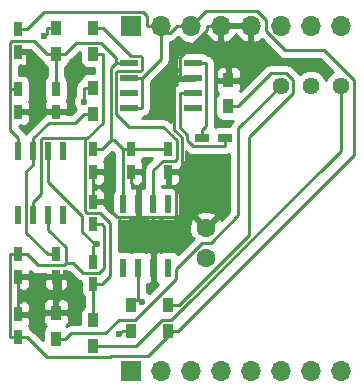
<source format=gtl>
G04 #@! TF.FileFunction,Copper,L1,Top,Signal*
%FSLAX46Y46*%
G04 Gerber Fmt 4.6, Leading zero omitted, Abs format (unit mm)*
G04 Created by KiCad (PCBNEW 4.0.7-e2-6376~58~ubuntu17.04.1) date Wed Oct  4 03:32:47 2017*
%MOMM*%
%LPD*%
G01*
G04 APERTURE LIST*
%ADD10C,0.100000*%
%ADD11C,1.600000*%
%ADD12R,1.700000X1.700000*%
%ADD13O,1.700000X1.700000*%
%ADD14R,0.750000X1.200000*%
%ADD15R,1.200000X0.750000*%
%ADD16R,0.900000X1.200000*%
%ADD17C,1.440000*%
%ADD18R,0.600000X1.550000*%
%ADD19R,1.550000X0.600000*%
%ADD20C,0.600000*%
%ADD21C,0.250000*%
%ADD22C,0.254000*%
G04 APERTURE END LIST*
D10*
D11*
X165100000Y-108585000D03*
X165100000Y-111125000D03*
D12*
X158750000Y-120650000D03*
D13*
X161290000Y-120650000D03*
X163830000Y-120650000D03*
X166370000Y-120650000D03*
X168910000Y-120650000D03*
X171450000Y-120650000D03*
X173990000Y-120650000D03*
X176530000Y-120650000D03*
D14*
X152400000Y-112710000D03*
X152400000Y-110810000D03*
X149225000Y-112710000D03*
X149225000Y-110810000D03*
X149225000Y-98740000D03*
X149225000Y-96840000D03*
X149225000Y-117790000D03*
X149225000Y-115890000D03*
X152400000Y-96840000D03*
X152400000Y-98740000D03*
X155575000Y-113345000D03*
X155575000Y-111445000D03*
D15*
X166685000Y-100965000D03*
X164785000Y-100965000D03*
D14*
X155575000Y-108265000D03*
X155575000Y-106365000D03*
X155575000Y-103820000D03*
X155575000Y-101920000D03*
X149225000Y-91760000D03*
X149225000Y-93660000D03*
X158750000Y-101920000D03*
X158750000Y-103820000D03*
X161925000Y-103820000D03*
X161925000Y-101920000D03*
D16*
X167005000Y-96055000D03*
X167005000Y-98255000D03*
D12*
X158750000Y-91440000D03*
D13*
X161290000Y-91440000D03*
X163830000Y-91440000D03*
X166370000Y-91440000D03*
X168910000Y-91440000D03*
X171450000Y-91440000D03*
X173990000Y-91440000D03*
X176530000Y-91440000D03*
D16*
X155575000Y-96690000D03*
X155575000Y-98890000D03*
X152400000Y-117940000D03*
X152400000Y-115740000D03*
X155575000Y-116375000D03*
X155575000Y-118575000D03*
X155575000Y-91610000D03*
X155575000Y-93810000D03*
X152400000Y-91610000D03*
X152400000Y-93810000D03*
X158750000Y-117305000D03*
X158750000Y-115105000D03*
X161925000Y-115105000D03*
X161925000Y-117305000D03*
D17*
X176530000Y-96520000D03*
X173990000Y-96520000D03*
X171450000Y-96520000D03*
D18*
X161925000Y-106520000D03*
X160655000Y-106520000D03*
X159385000Y-106520000D03*
X158115000Y-106520000D03*
X158115000Y-111920000D03*
X159385000Y-111920000D03*
X160655000Y-111920000D03*
X161925000Y-111920000D03*
X153035000Y-102075000D03*
X151765000Y-102075000D03*
X150495000Y-102075000D03*
X149225000Y-102075000D03*
X149225000Y-107475000D03*
X150495000Y-107475000D03*
X151765000Y-107475000D03*
X153035000Y-107475000D03*
D19*
X163990000Y-98425000D03*
X163990000Y-97155000D03*
X163990000Y-95885000D03*
X163990000Y-94615000D03*
X158590000Y-94615000D03*
X158590000Y-95885000D03*
X158590000Y-97155000D03*
X158590000Y-98425000D03*
D20*
X159727300Y-114864400D03*
X153295400Y-112404700D03*
X150308200Y-95985100D03*
X155844300Y-109904800D03*
X154799700Y-97872500D03*
X157780600Y-117551600D03*
X151431200Y-92307700D03*
D21*
X149869700Y-108980000D02*
X151699700Y-110810000D01*
X149869700Y-103800600D02*
X149869700Y-108980000D01*
X150495000Y-103175300D02*
X149869700Y-103800600D01*
X152400000Y-110810000D02*
X151699700Y-110810000D01*
X150495000Y-102625100D02*
X150495000Y-103175300D01*
X150495000Y-102625100D02*
X150495000Y-102075000D01*
X154024400Y-99665300D02*
X154799700Y-98890000D01*
X151804400Y-99665300D02*
X154024400Y-99665300D01*
X150495000Y-100974700D02*
X151804400Y-99665300D01*
X150495000Y-102075000D02*
X150495000Y-100974700D01*
X155575000Y-98890000D02*
X154799700Y-98890000D01*
X158750000Y-115105000D02*
X158750000Y-114642300D01*
X159385000Y-111920000D02*
X159385000Y-114642300D01*
X158750000Y-114642300D02*
X159385000Y-114642300D01*
X159505200Y-114642300D02*
X159727300Y-114864400D01*
X159385000Y-114642300D02*
X159505200Y-114642300D01*
X165091600Y-90178400D02*
X163830000Y-91440000D01*
X169385100Y-90178400D02*
X165091600Y-90178400D01*
X170180000Y-90973300D02*
X169385100Y-90178400D01*
X170180000Y-91884700D02*
X170180000Y-90973300D01*
X171821200Y-93525900D02*
X170180000Y-91884700D01*
X175074000Y-93525900D02*
X171821200Y-93525900D01*
X177622700Y-96074600D02*
X175074000Y-93525900D01*
X177622700Y-102382600D02*
X177622700Y-96074600D01*
X162700300Y-117305000D02*
X177622700Y-102382600D01*
X158590000Y-98425000D02*
X159690300Y-98425000D01*
X158590000Y-95885000D02*
X159690300Y-95885000D01*
X159690300Y-98425000D02*
X159690300Y-95885000D01*
X161290000Y-92027600D02*
X161290000Y-92615300D01*
X162067100Y-92027600D02*
X162654700Y-91440000D01*
X161290000Y-92027600D02*
X162067100Y-92027600D01*
X163830000Y-91440000D02*
X162654700Y-91440000D01*
X161290000Y-94285300D02*
X159690300Y-95885000D01*
X161290000Y-92615300D02*
X161290000Y-94285300D01*
X161290000Y-91733800D02*
X161290000Y-92027600D01*
X161290000Y-91733800D02*
X161290000Y-91440000D01*
X151420700Y-90264600D02*
X149925300Y-91760000D01*
X159747300Y-90264600D02*
X151420700Y-90264600D01*
X160114700Y-90632000D02*
X159747300Y-90264600D01*
X160114700Y-91440000D02*
X160114700Y-90632000D01*
X161290000Y-91440000D02*
X160114700Y-91440000D01*
X149225000Y-91760000D02*
X149925300Y-91760000D01*
X155575000Y-108265000D02*
X156275300Y-108265000D01*
X148524700Y-117790000D02*
X148524700Y-110810000D01*
X149225000Y-117790000D02*
X148524700Y-117790000D01*
X149225000Y-110810000D02*
X148524700Y-110810000D01*
X153854900Y-111552700D02*
X153263300Y-111552700D01*
X154672600Y-112370400D02*
X153854900Y-111552700D01*
X156088100Y-112370400D02*
X154672600Y-112370400D01*
X156484100Y-111974400D02*
X156088100Y-112370400D01*
X156484100Y-108473800D02*
X156484100Y-111974400D01*
X156275300Y-108265000D02*
X156484100Y-108473800D01*
X151765000Y-108720700D02*
X151765000Y-107475000D01*
X153263300Y-110219000D02*
X151765000Y-108720700D01*
X153263300Y-111552700D02*
X153263300Y-110219000D01*
X150850700Y-111735400D02*
X149925300Y-110810000D01*
X153080600Y-111735400D02*
X150850700Y-111735400D01*
X153263300Y-111552700D02*
X153080600Y-111735400D01*
X149225000Y-110810000D02*
X149925300Y-110810000D01*
X161925000Y-117305000D02*
X162312700Y-117305000D01*
X162312700Y-117305000D02*
X162700300Y-117305000D01*
X151635700Y-119500400D02*
X149925300Y-117790000D01*
X157015600Y-119500400D02*
X151635700Y-119500400D01*
X157081600Y-119434400D02*
X157015600Y-119500400D01*
X160183300Y-119434400D02*
X157081600Y-119434400D01*
X162312700Y-117305000D02*
X160183300Y-119434400D01*
X149225000Y-117790000D02*
X149925300Y-117790000D01*
X166370000Y-91440000D02*
X165194700Y-91440000D01*
X160655000Y-111920000D02*
X160655000Y-110819700D01*
X159385000Y-105380300D02*
X158750000Y-104745300D01*
X159385000Y-106520000D02*
X159385000Y-105380300D01*
X158750000Y-103820000D02*
X158750000Y-104745300D01*
X161925000Y-103820000D02*
X161925000Y-104745300D01*
X159385000Y-106520000D02*
X159385000Y-107620300D01*
X163990000Y-95885000D02*
X163365600Y-95885000D01*
X163365600Y-95885000D02*
X162889700Y-95885000D01*
X161925000Y-103820000D02*
X162625300Y-103820000D01*
X155575000Y-106365000D02*
X155575000Y-103820000D01*
X167005000Y-96055000D02*
X167005000Y-95129700D01*
X155575000Y-106365000D02*
X156275300Y-106365000D01*
X157530600Y-107620300D02*
X156275300Y-106365000D01*
X159385000Y-107620300D02*
X157530600Y-107620300D01*
X164433300Y-92557900D02*
X167005000Y-95129700D01*
X162889700Y-94101500D02*
X164433300Y-92557900D01*
X162889700Y-95885000D02*
X162889700Y-94101500D01*
X165194700Y-91796500D02*
X165194700Y-91440000D01*
X164433300Y-92557900D02*
X165194700Y-91796500D01*
X149225000Y-115890000D02*
X149225000Y-114964700D01*
X149225000Y-93660000D02*
X149925300Y-93660000D01*
X149225000Y-114964700D02*
X149225000Y-112710000D01*
X160655000Y-110819700D02*
X160655000Y-107657700D01*
X159422400Y-107657700D02*
X159385000Y-107620300D01*
X160655000Y-107657700D02*
X159422400Y-107657700D01*
X149225000Y-115890000D02*
X149925300Y-115890000D01*
X150075300Y-115740000D02*
X149925300Y-115890000D01*
X152400000Y-115740000D02*
X150075300Y-115740000D01*
X162439300Y-96335400D02*
X162889700Y-95885000D01*
X162439300Y-100246600D02*
X162439300Y-96335400D01*
X163075600Y-100882900D02*
X162439300Y-100246600D01*
X163075600Y-103369700D02*
X163075600Y-100882900D01*
X162625300Y-103820000D02*
X163075600Y-103369700D01*
X162550800Y-105371100D02*
X162550800Y-107657700D01*
X161925000Y-104745300D02*
X162550800Y-105371100D01*
X164172700Y-107657700D02*
X162550800Y-107657700D01*
X165100000Y-108585000D02*
X164172700Y-107657700D01*
X162550800Y-107657700D02*
X160655000Y-107657700D01*
X153295400Y-112514900D02*
X153295400Y-112404700D01*
X153100300Y-112710000D02*
X153295400Y-112514900D01*
X152400000Y-112710000D02*
X152750200Y-112710000D01*
X152750200Y-112710000D02*
X153100300Y-112710000D01*
X152750200Y-114464500D02*
X152400000Y-114814700D01*
X152750200Y-112710000D02*
X152750200Y-114464500D01*
X152400000Y-115740000D02*
X152400000Y-114814700D01*
X152400000Y-98740000D02*
X151699700Y-98740000D01*
X149925300Y-95602200D02*
X150308200Y-95985100D01*
X149925300Y-93660000D02*
X149925300Y-95602200D01*
X149225000Y-98740000D02*
X149925300Y-98740000D01*
X150308200Y-97922900D02*
X150525300Y-98140000D01*
X150308200Y-95985100D02*
X150308200Y-97922900D01*
X151099700Y-98140000D02*
X150525300Y-98140000D01*
X151699700Y-98740000D02*
X151099700Y-98140000D01*
X150525300Y-98140000D02*
X149925300Y-98740000D01*
X148524700Y-92920400D02*
X148524700Y-96840000D01*
X148710500Y-92734600D02*
X148524700Y-92920400D01*
X150549300Y-92734600D02*
X148710500Y-92734600D01*
X151624700Y-93810000D02*
X150549300Y-92734600D01*
X152400000Y-93810000D02*
X151624700Y-93810000D01*
X149225000Y-96840000D02*
X148524700Y-96840000D01*
X148524700Y-100274400D02*
X148524700Y-96840000D01*
X149225000Y-100974700D02*
X148524700Y-100274400D01*
X149225000Y-102075000D02*
X149225000Y-100974700D01*
X152400000Y-95914700D02*
X152400000Y-93810000D01*
X152400000Y-96840000D02*
X152400000Y-95914700D01*
X158590000Y-94615000D02*
X157489700Y-94615000D01*
X152400000Y-93810000D02*
X153175300Y-93810000D01*
X158750000Y-101920000D02*
X161925000Y-101920000D01*
X154100700Y-92884600D02*
X153175300Y-93810000D01*
X156228300Y-92884600D02*
X154100700Y-92884600D01*
X157489700Y-94146000D02*
X156228300Y-92884600D01*
X157489700Y-94615000D02*
X157489700Y-94146000D01*
X155575000Y-101920000D02*
X156275300Y-101920000D01*
X158750000Y-101920000D02*
X158049700Y-101920000D01*
X157285800Y-101156100D02*
X158049700Y-101920000D01*
X157039200Y-101156100D02*
X157285800Y-101156100D01*
X157039200Y-95065500D02*
X157039200Y-101156100D01*
X157489700Y-94615000D02*
X157039200Y-95065500D01*
X157039200Y-101156100D02*
X156275300Y-101920000D01*
X158049700Y-105354400D02*
X158049700Y-101920000D01*
X158115000Y-105419700D02*
X158049700Y-105354400D01*
X158115000Y-106520000D02*
X158115000Y-105419700D01*
X155575000Y-116375000D02*
X155575000Y-113345000D01*
X150495000Y-107475000D02*
X150495000Y-106374700D01*
X155575000Y-93810000D02*
X156350300Y-93810000D01*
X155575000Y-113345000D02*
X156275300Y-113345000D01*
X155042500Y-100967000D02*
X154874400Y-100967000D01*
X156350300Y-99659200D02*
X155042500Y-100967000D01*
X156350300Y-93810000D02*
X156350300Y-99659200D01*
X151139600Y-105730100D02*
X150495000Y-106374700D01*
X151139600Y-101090900D02*
X151139600Y-105730100D01*
X151263500Y-100967000D02*
X151139600Y-101090900D01*
X154874400Y-100967000D02*
X151263500Y-100967000D01*
X154874400Y-107115700D02*
X154874400Y-100967000D01*
X155049100Y-107290400D02*
X154874400Y-107115700D01*
X156111300Y-107290400D02*
X155049100Y-107290400D01*
X157004100Y-108183200D02*
X156111300Y-107290400D01*
X157004100Y-112616200D02*
X157004100Y-108183200D01*
X156275300Y-113345000D02*
X157004100Y-112616200D01*
X154647200Y-108870300D02*
X155735100Y-109958100D01*
X154647200Y-107525400D02*
X154647200Y-108870300D01*
X151765000Y-104643200D02*
X154647200Y-107525400D01*
X151765000Y-102075000D02*
X151765000Y-104643200D01*
X155788400Y-109904800D02*
X155735100Y-109958100D01*
X155844300Y-109904800D02*
X155788400Y-109904800D01*
X155575000Y-110118200D02*
X155575000Y-111445000D01*
X155735100Y-109958100D02*
X155575000Y-110118200D01*
X163990000Y-97155000D02*
X162889700Y-97155000D01*
X166685000Y-100965000D02*
X166685000Y-101665300D01*
X162889700Y-100060000D02*
X162889700Y-97155000D01*
X163525900Y-100696200D02*
X162889700Y-100060000D01*
X163525900Y-101155800D02*
X163525900Y-100696200D01*
X164035400Y-101665300D02*
X163525900Y-101155800D01*
X166685000Y-101665300D02*
X164035400Y-101665300D01*
X165090300Y-99959400D02*
X164785000Y-100264700D01*
X165090300Y-94615000D02*
X165090300Y-99959400D01*
X163990000Y-94615000D02*
X165090300Y-94615000D01*
X164785000Y-100965000D02*
X164785000Y-100264700D01*
X167005000Y-98255000D02*
X167780300Y-98255000D01*
X170592100Y-95443200D02*
X167780300Y-98255000D01*
X171914500Y-95443200D02*
X170592100Y-95443200D01*
X172507100Y-96035800D02*
X171914500Y-95443200D01*
X172507100Y-97103100D02*
X172507100Y-96035800D01*
X168741600Y-100868600D02*
X172507100Y-97103100D01*
X168741600Y-109161600D02*
X168741600Y-100868600D01*
X162798200Y-115105000D02*
X168741600Y-109161600D01*
X161925000Y-115105000D02*
X162798200Y-115105000D01*
X155575000Y-96690000D02*
X154799700Y-96690000D01*
X154799700Y-96690000D02*
X154799700Y-97872500D01*
X158729900Y-93989600D02*
X156350300Y-91610000D01*
X159549300Y-93989600D02*
X158729900Y-93989600D01*
X159690400Y-94130700D02*
X159549300Y-93989600D01*
X159690400Y-95118900D02*
X159690400Y-94130700D01*
X159561300Y-95248000D02*
X159690400Y-95118900D01*
X157624700Y-95248000D02*
X159561300Y-95248000D01*
X157489600Y-95383100D02*
X157624700Y-95248000D01*
X157489600Y-98898700D02*
X157489600Y-95383100D01*
X158613400Y-100022500D02*
X157489600Y-98898700D01*
X161485400Y-100022500D02*
X158613400Y-100022500D01*
X162625300Y-101162400D02*
X161485400Y-100022500D01*
X162625300Y-102720400D02*
X162625300Y-101162400D01*
X162475700Y-102870000D02*
X162625300Y-102720400D01*
X161428700Y-102870000D02*
X162475700Y-102870000D01*
X160655000Y-103643700D02*
X161428700Y-102870000D01*
X160655000Y-106520000D02*
X160655000Y-103643700D01*
X155575000Y-91610000D02*
X156350300Y-91610000D01*
X153650300Y-117465000D02*
X153175300Y-117940000D01*
X156583400Y-117465000D02*
X153650300Y-117465000D01*
X157699400Y-116349000D02*
X156583400Y-117465000D01*
X159127200Y-116349000D02*
X157699400Y-116349000D01*
X162572500Y-112903700D02*
X159127200Y-116349000D01*
X162572500Y-112018200D02*
X162572500Y-112903700D01*
X164735700Y-109855000D02*
X162572500Y-112018200D01*
X165496700Y-109855000D02*
X164735700Y-109855000D01*
X167840900Y-107510800D02*
X165496700Y-109855000D01*
X167840900Y-100129100D02*
X167840900Y-107510800D01*
X171450000Y-96520000D02*
X167840900Y-100129100D01*
X152400000Y-117940000D02*
X153175300Y-117940000D01*
X159144900Y-118575000D02*
X155575000Y-118575000D01*
X161340200Y-116379700D02*
X159144900Y-118575000D01*
X162160400Y-116379700D02*
X161340200Y-116379700D01*
X176530000Y-102010100D02*
X162160400Y-116379700D01*
X176530000Y-96520000D02*
X176530000Y-102010100D01*
X152400000Y-91610000D02*
X151624700Y-91610000D01*
X158750000Y-117305000D02*
X157974700Y-117305000D01*
X151624700Y-92114200D02*
X151624700Y-91610000D01*
X151431200Y-92307700D02*
X151624700Y-92114200D01*
X157974700Y-117357500D02*
X157780600Y-117551600D01*
X157974700Y-117305000D02*
X157974700Y-117357500D01*
D22*
G36*
X150313299Y-112272801D02*
X150559860Y-112437548D01*
X150850700Y-112495400D01*
X151461150Y-112495400D01*
X151548750Y-112583000D01*
X152273000Y-112583000D01*
X152273000Y-112563000D01*
X152527000Y-112563000D01*
X152527000Y-112583000D01*
X153251250Y-112583000D01*
X153410000Y-112424250D01*
X153410000Y-112411782D01*
X153547384Y-112319986D01*
X154135199Y-112907801D01*
X154381760Y-113072548D01*
X154430014Y-113082146D01*
X154552560Y-113106522D01*
X154552560Y-113945000D01*
X154596838Y-114180317D01*
X154735910Y-114396441D01*
X154815000Y-114450481D01*
X154815000Y-115219895D01*
X154673559Y-115310910D01*
X154528569Y-115523110D01*
X154477560Y-115775000D01*
X154477560Y-116705000D01*
X153650300Y-116705000D01*
X153407714Y-116753254D01*
X153359460Y-116762852D01*
X153256132Y-116831893D01*
X153388327Y-116699698D01*
X153485000Y-116466309D01*
X153485000Y-116025750D01*
X153326250Y-115867000D01*
X152527000Y-115867000D01*
X152527000Y-115887000D01*
X152273000Y-115887000D01*
X152273000Y-115867000D01*
X151473750Y-115867000D01*
X151315000Y-116025750D01*
X151315000Y-116466309D01*
X151411673Y-116699698D01*
X151552910Y-116840936D01*
X151498559Y-116875910D01*
X151353569Y-117088110D01*
X151302560Y-117340000D01*
X151302560Y-118092458D01*
X150462701Y-117252599D01*
X150229957Y-117097085D01*
X150203162Y-116954683D01*
X150136671Y-116851354D01*
X150138327Y-116849698D01*
X150235000Y-116616309D01*
X150235000Y-116175750D01*
X150076250Y-116017000D01*
X149352000Y-116017000D01*
X149352000Y-116037000D01*
X149284700Y-116037000D01*
X149284700Y-115743000D01*
X149352000Y-115743000D01*
X149352000Y-115763000D01*
X150076250Y-115763000D01*
X150235000Y-115604250D01*
X150235000Y-115163691D01*
X150172868Y-115013691D01*
X151315000Y-115013691D01*
X151315000Y-115454250D01*
X151473750Y-115613000D01*
X152273000Y-115613000D01*
X152273000Y-114663750D01*
X152527000Y-114663750D01*
X152527000Y-115613000D01*
X153326250Y-115613000D01*
X153485000Y-115454250D01*
X153485000Y-115013691D01*
X153388327Y-114780302D01*
X153209699Y-114601673D01*
X152976310Y-114505000D01*
X152685750Y-114505000D01*
X152527000Y-114663750D01*
X152273000Y-114663750D01*
X152114250Y-114505000D01*
X151823690Y-114505000D01*
X151590301Y-114601673D01*
X151411673Y-114780302D01*
X151315000Y-115013691D01*
X150172868Y-115013691D01*
X150138327Y-114930302D01*
X149959699Y-114751673D01*
X149726310Y-114655000D01*
X149510750Y-114655000D01*
X149352002Y-114813748D01*
X149352002Y-114655000D01*
X149284700Y-114655000D01*
X149284700Y-113945000D01*
X149352002Y-113945000D01*
X149352002Y-113786252D01*
X149510750Y-113945000D01*
X149726310Y-113945000D01*
X149959699Y-113848327D01*
X150138327Y-113669698D01*
X150235000Y-113436309D01*
X150235000Y-112995750D01*
X151390000Y-112995750D01*
X151390000Y-113436309D01*
X151486673Y-113669698D01*
X151665301Y-113848327D01*
X151898690Y-113945000D01*
X152114250Y-113945000D01*
X152273000Y-113786250D01*
X152273000Y-112837000D01*
X152527000Y-112837000D01*
X152527000Y-113786250D01*
X152685750Y-113945000D01*
X152901310Y-113945000D01*
X153134699Y-113848327D01*
X153313327Y-113669698D01*
X153410000Y-113436309D01*
X153410000Y-112995750D01*
X153251250Y-112837000D01*
X152527000Y-112837000D01*
X152273000Y-112837000D01*
X151548750Y-112837000D01*
X151390000Y-112995750D01*
X150235000Y-112995750D01*
X150076250Y-112837000D01*
X149352000Y-112837000D01*
X149352000Y-112857000D01*
X149284700Y-112857000D01*
X149284700Y-112563000D01*
X149352000Y-112563000D01*
X149352000Y-112583000D01*
X150076250Y-112583000D01*
X150235000Y-112424250D01*
X150235000Y-112194502D01*
X150313299Y-112272801D01*
X150313299Y-112272801D01*
G37*
X150313299Y-112272801D02*
X150559860Y-112437548D01*
X150850700Y-112495400D01*
X151461150Y-112495400D01*
X151548750Y-112583000D01*
X152273000Y-112583000D01*
X152273000Y-112563000D01*
X152527000Y-112563000D01*
X152527000Y-112583000D01*
X153251250Y-112583000D01*
X153410000Y-112424250D01*
X153410000Y-112411782D01*
X153547384Y-112319986D01*
X154135199Y-112907801D01*
X154381760Y-113072548D01*
X154430014Y-113082146D01*
X154552560Y-113106522D01*
X154552560Y-113945000D01*
X154596838Y-114180317D01*
X154735910Y-114396441D01*
X154815000Y-114450481D01*
X154815000Y-115219895D01*
X154673559Y-115310910D01*
X154528569Y-115523110D01*
X154477560Y-115775000D01*
X154477560Y-116705000D01*
X153650300Y-116705000D01*
X153407714Y-116753254D01*
X153359460Y-116762852D01*
X153256132Y-116831893D01*
X153388327Y-116699698D01*
X153485000Y-116466309D01*
X153485000Y-116025750D01*
X153326250Y-115867000D01*
X152527000Y-115867000D01*
X152527000Y-115887000D01*
X152273000Y-115887000D01*
X152273000Y-115867000D01*
X151473750Y-115867000D01*
X151315000Y-116025750D01*
X151315000Y-116466309D01*
X151411673Y-116699698D01*
X151552910Y-116840936D01*
X151498559Y-116875910D01*
X151353569Y-117088110D01*
X151302560Y-117340000D01*
X151302560Y-118092458D01*
X150462701Y-117252599D01*
X150229957Y-117097085D01*
X150203162Y-116954683D01*
X150136671Y-116851354D01*
X150138327Y-116849698D01*
X150235000Y-116616309D01*
X150235000Y-116175750D01*
X150076250Y-116017000D01*
X149352000Y-116017000D01*
X149352000Y-116037000D01*
X149284700Y-116037000D01*
X149284700Y-115743000D01*
X149352000Y-115743000D01*
X149352000Y-115763000D01*
X150076250Y-115763000D01*
X150235000Y-115604250D01*
X150235000Y-115163691D01*
X150172868Y-115013691D01*
X151315000Y-115013691D01*
X151315000Y-115454250D01*
X151473750Y-115613000D01*
X152273000Y-115613000D01*
X152273000Y-114663750D01*
X152527000Y-114663750D01*
X152527000Y-115613000D01*
X153326250Y-115613000D01*
X153485000Y-115454250D01*
X153485000Y-115013691D01*
X153388327Y-114780302D01*
X153209699Y-114601673D01*
X152976310Y-114505000D01*
X152685750Y-114505000D01*
X152527000Y-114663750D01*
X152273000Y-114663750D01*
X152114250Y-114505000D01*
X151823690Y-114505000D01*
X151590301Y-114601673D01*
X151411673Y-114780302D01*
X151315000Y-115013691D01*
X150172868Y-115013691D01*
X150138327Y-114930302D01*
X149959699Y-114751673D01*
X149726310Y-114655000D01*
X149510750Y-114655000D01*
X149352002Y-114813748D01*
X149352002Y-114655000D01*
X149284700Y-114655000D01*
X149284700Y-113945000D01*
X149352002Y-113945000D01*
X149352002Y-113786252D01*
X149510750Y-113945000D01*
X149726310Y-113945000D01*
X149959699Y-113848327D01*
X150138327Y-113669698D01*
X150235000Y-113436309D01*
X150235000Y-112995750D01*
X151390000Y-112995750D01*
X151390000Y-113436309D01*
X151486673Y-113669698D01*
X151665301Y-113848327D01*
X151898690Y-113945000D01*
X152114250Y-113945000D01*
X152273000Y-113786250D01*
X152273000Y-112837000D01*
X152527000Y-112837000D01*
X152527000Y-113786250D01*
X152685750Y-113945000D01*
X152901310Y-113945000D01*
X153134699Y-113848327D01*
X153313327Y-113669698D01*
X153410000Y-113436309D01*
X153410000Y-112995750D01*
X153251250Y-112837000D01*
X152527000Y-112837000D01*
X152273000Y-112837000D01*
X151548750Y-112837000D01*
X151390000Y-112995750D01*
X150235000Y-112995750D01*
X150076250Y-112837000D01*
X149352000Y-112837000D01*
X149352000Y-112857000D01*
X149284700Y-112857000D01*
X149284700Y-112563000D01*
X149352000Y-112563000D01*
X149352000Y-112583000D01*
X150076250Y-112583000D01*
X150235000Y-112424250D01*
X150235000Y-112194502D01*
X150313299Y-112272801D01*
G36*
X163497999Y-102202701D02*
X163744561Y-102367448D01*
X164035400Y-102425300D01*
X166685000Y-102425300D01*
X166975839Y-102367448D01*
X167080900Y-102297249D01*
X167080900Y-107195998D01*
X166380822Y-107896076D01*
X166353864Y-107830995D01*
X166107745Y-107756861D01*
X165279605Y-108585000D01*
X165293748Y-108599142D01*
X165114142Y-108778748D01*
X165100000Y-108764605D01*
X165085858Y-108778748D01*
X164906252Y-108599142D01*
X164920395Y-108585000D01*
X164092255Y-107756861D01*
X163846136Y-107830995D01*
X163653035Y-108368223D01*
X163680222Y-108938454D01*
X163846136Y-109339005D01*
X164092253Y-109413139D01*
X163977378Y-109528014D01*
X163982631Y-109533267D01*
X162741262Y-110774636D01*
X162689090Y-110693559D01*
X162476890Y-110548569D01*
X162225000Y-110497560D01*
X161625000Y-110497560D01*
X161389683Y-110541838D01*
X161299020Y-110600178D01*
X161081310Y-110510000D01*
X160940750Y-110510000D01*
X160782000Y-110668750D01*
X160782000Y-111793000D01*
X160802000Y-111793000D01*
X160802000Y-112047000D01*
X160782000Y-112047000D01*
X160782000Y-113171250D01*
X160940750Y-113330000D01*
X161071398Y-113330000D01*
X160293377Y-114108021D01*
X160257627Y-114072208D01*
X160145000Y-114025441D01*
X160145000Y-113295334D01*
X160228690Y-113330000D01*
X160369250Y-113330000D01*
X160528000Y-113171250D01*
X160528000Y-112047000D01*
X160508000Y-112047000D01*
X160508000Y-111793000D01*
X160528000Y-111793000D01*
X160528000Y-110668750D01*
X160369250Y-110510000D01*
X160228690Y-110510000D01*
X160011878Y-110599806D01*
X159936890Y-110548569D01*
X159685000Y-110497560D01*
X159085000Y-110497560D01*
X158849683Y-110541838D01*
X158750472Y-110605678D01*
X158666890Y-110548569D01*
X158415000Y-110497560D01*
X157815000Y-110497560D01*
X157764100Y-110507138D01*
X157764100Y-108183200D01*
X157712063Y-107921595D01*
X157815000Y-107942440D01*
X158415000Y-107942440D01*
X158650317Y-107898162D01*
X158740980Y-107839822D01*
X158958690Y-107930000D01*
X159099250Y-107930000D01*
X159258000Y-107771250D01*
X159258000Y-106647000D01*
X159238000Y-106647000D01*
X159238000Y-106393000D01*
X159258000Y-106393000D01*
X159258000Y-105268750D01*
X159099250Y-105110000D01*
X158958690Y-105110000D01*
X158824456Y-105165602D01*
X158817148Y-105128861D01*
X158809700Y-105117714D01*
X158809700Y-105055000D01*
X158877002Y-105055000D01*
X158877002Y-104896252D01*
X159035750Y-105055000D01*
X159251310Y-105055000D01*
X159484699Y-104958327D01*
X159663327Y-104779698D01*
X159760000Y-104546309D01*
X159760000Y-104105750D01*
X159601250Y-103947000D01*
X158877000Y-103947000D01*
X158877000Y-103967000D01*
X158809700Y-103967000D01*
X158809700Y-103673000D01*
X158877000Y-103673000D01*
X158877000Y-103693000D01*
X159601250Y-103693000D01*
X159760000Y-103534250D01*
X159760000Y-103093691D01*
X159663327Y-102860302D01*
X159661957Y-102858932D01*
X159721431Y-102771890D01*
X159740039Y-102680000D01*
X160543898Y-102680000D01*
X160117599Y-103106299D01*
X159952852Y-103352861D01*
X159895000Y-103643700D01*
X159895000Y-105144666D01*
X159811310Y-105110000D01*
X159670750Y-105110000D01*
X159512000Y-105268750D01*
X159512000Y-106393000D01*
X159532000Y-106393000D01*
X159532000Y-106647000D01*
X159512000Y-106647000D01*
X159512000Y-107771250D01*
X159670750Y-107930000D01*
X159811310Y-107930000D01*
X160028122Y-107840194D01*
X160103110Y-107891431D01*
X160355000Y-107942440D01*
X160955000Y-107942440D01*
X161190317Y-107898162D01*
X161289528Y-107834322D01*
X161373110Y-107891431D01*
X161625000Y-107942440D01*
X162225000Y-107942440D01*
X162460317Y-107898162D01*
X162676441Y-107759090D01*
X162800683Y-107577255D01*
X164271861Y-107577255D01*
X165100000Y-108405395D01*
X165928139Y-107577255D01*
X165854005Y-107331136D01*
X165316777Y-107138035D01*
X164746546Y-107165222D01*
X164345995Y-107331136D01*
X164271861Y-107577255D01*
X162800683Y-107577255D01*
X162821431Y-107546890D01*
X162872440Y-107295000D01*
X162872440Y-105745000D01*
X162828162Y-105509683D01*
X162689090Y-105293559D01*
X162476890Y-105148569D01*
X162225000Y-105097560D01*
X161625000Y-105097560D01*
X161415000Y-105137074D01*
X161415000Y-105051400D01*
X161423690Y-105055000D01*
X161639250Y-105055000D01*
X161798000Y-104896250D01*
X161798000Y-103947000D01*
X162052000Y-103947000D01*
X162052000Y-104896250D01*
X162210750Y-105055000D01*
X162426310Y-105055000D01*
X162659699Y-104958327D01*
X162838327Y-104779698D01*
X162935000Y-104546309D01*
X162935000Y-104105750D01*
X162776250Y-103947000D01*
X162052000Y-103947000D01*
X161798000Y-103947000D01*
X161778000Y-103947000D01*
X161778000Y-103693000D01*
X161798000Y-103693000D01*
X161798000Y-103673000D01*
X162052000Y-103673000D01*
X162052000Y-103693000D01*
X162776250Y-103693000D01*
X162935000Y-103534250D01*
X162935000Y-103459586D01*
X163013101Y-103407401D01*
X163162701Y-103257801D01*
X163327448Y-103011240D01*
X163385300Y-102720400D01*
X163385300Y-102090002D01*
X163497999Y-102202701D01*
X163497999Y-102202701D01*
G37*
X163497999Y-102202701D02*
X163744561Y-102367448D01*
X164035400Y-102425300D01*
X166685000Y-102425300D01*
X166975839Y-102367448D01*
X167080900Y-102297249D01*
X167080900Y-107195998D01*
X166380822Y-107896076D01*
X166353864Y-107830995D01*
X166107745Y-107756861D01*
X165279605Y-108585000D01*
X165293748Y-108599142D01*
X165114142Y-108778748D01*
X165100000Y-108764605D01*
X165085858Y-108778748D01*
X164906252Y-108599142D01*
X164920395Y-108585000D01*
X164092255Y-107756861D01*
X163846136Y-107830995D01*
X163653035Y-108368223D01*
X163680222Y-108938454D01*
X163846136Y-109339005D01*
X164092253Y-109413139D01*
X163977378Y-109528014D01*
X163982631Y-109533267D01*
X162741262Y-110774636D01*
X162689090Y-110693559D01*
X162476890Y-110548569D01*
X162225000Y-110497560D01*
X161625000Y-110497560D01*
X161389683Y-110541838D01*
X161299020Y-110600178D01*
X161081310Y-110510000D01*
X160940750Y-110510000D01*
X160782000Y-110668750D01*
X160782000Y-111793000D01*
X160802000Y-111793000D01*
X160802000Y-112047000D01*
X160782000Y-112047000D01*
X160782000Y-113171250D01*
X160940750Y-113330000D01*
X161071398Y-113330000D01*
X160293377Y-114108021D01*
X160257627Y-114072208D01*
X160145000Y-114025441D01*
X160145000Y-113295334D01*
X160228690Y-113330000D01*
X160369250Y-113330000D01*
X160528000Y-113171250D01*
X160528000Y-112047000D01*
X160508000Y-112047000D01*
X160508000Y-111793000D01*
X160528000Y-111793000D01*
X160528000Y-110668750D01*
X160369250Y-110510000D01*
X160228690Y-110510000D01*
X160011878Y-110599806D01*
X159936890Y-110548569D01*
X159685000Y-110497560D01*
X159085000Y-110497560D01*
X158849683Y-110541838D01*
X158750472Y-110605678D01*
X158666890Y-110548569D01*
X158415000Y-110497560D01*
X157815000Y-110497560D01*
X157764100Y-110507138D01*
X157764100Y-108183200D01*
X157712063Y-107921595D01*
X157815000Y-107942440D01*
X158415000Y-107942440D01*
X158650317Y-107898162D01*
X158740980Y-107839822D01*
X158958690Y-107930000D01*
X159099250Y-107930000D01*
X159258000Y-107771250D01*
X159258000Y-106647000D01*
X159238000Y-106647000D01*
X159238000Y-106393000D01*
X159258000Y-106393000D01*
X159258000Y-105268750D01*
X159099250Y-105110000D01*
X158958690Y-105110000D01*
X158824456Y-105165602D01*
X158817148Y-105128861D01*
X158809700Y-105117714D01*
X158809700Y-105055000D01*
X158877002Y-105055000D01*
X158877002Y-104896252D01*
X159035750Y-105055000D01*
X159251310Y-105055000D01*
X159484699Y-104958327D01*
X159663327Y-104779698D01*
X159760000Y-104546309D01*
X159760000Y-104105750D01*
X159601250Y-103947000D01*
X158877000Y-103947000D01*
X158877000Y-103967000D01*
X158809700Y-103967000D01*
X158809700Y-103673000D01*
X158877000Y-103673000D01*
X158877000Y-103693000D01*
X159601250Y-103693000D01*
X159760000Y-103534250D01*
X159760000Y-103093691D01*
X159663327Y-102860302D01*
X159661957Y-102858932D01*
X159721431Y-102771890D01*
X159740039Y-102680000D01*
X160543898Y-102680000D01*
X160117599Y-103106299D01*
X159952852Y-103352861D01*
X159895000Y-103643700D01*
X159895000Y-105144666D01*
X159811310Y-105110000D01*
X159670750Y-105110000D01*
X159512000Y-105268750D01*
X159512000Y-106393000D01*
X159532000Y-106393000D01*
X159532000Y-106647000D01*
X159512000Y-106647000D01*
X159512000Y-107771250D01*
X159670750Y-107930000D01*
X159811310Y-107930000D01*
X160028122Y-107840194D01*
X160103110Y-107891431D01*
X160355000Y-107942440D01*
X160955000Y-107942440D01*
X161190317Y-107898162D01*
X161289528Y-107834322D01*
X161373110Y-107891431D01*
X161625000Y-107942440D01*
X162225000Y-107942440D01*
X162460317Y-107898162D01*
X162676441Y-107759090D01*
X162800683Y-107577255D01*
X164271861Y-107577255D01*
X165100000Y-108405395D01*
X165928139Y-107577255D01*
X165854005Y-107331136D01*
X165316777Y-107138035D01*
X164746546Y-107165222D01*
X164345995Y-107331136D01*
X164271861Y-107577255D01*
X162800683Y-107577255D01*
X162821431Y-107546890D01*
X162872440Y-107295000D01*
X162872440Y-105745000D01*
X162828162Y-105509683D01*
X162689090Y-105293559D01*
X162476890Y-105148569D01*
X162225000Y-105097560D01*
X161625000Y-105097560D01*
X161415000Y-105137074D01*
X161415000Y-105051400D01*
X161423690Y-105055000D01*
X161639250Y-105055000D01*
X161798000Y-104896250D01*
X161798000Y-103947000D01*
X162052000Y-103947000D01*
X162052000Y-104896250D01*
X162210750Y-105055000D01*
X162426310Y-105055000D01*
X162659699Y-104958327D01*
X162838327Y-104779698D01*
X162935000Y-104546309D01*
X162935000Y-104105750D01*
X162776250Y-103947000D01*
X162052000Y-103947000D01*
X161798000Y-103947000D01*
X161778000Y-103947000D01*
X161778000Y-103693000D01*
X161798000Y-103693000D01*
X161798000Y-103673000D01*
X162052000Y-103673000D01*
X162052000Y-103693000D01*
X162776250Y-103693000D01*
X162935000Y-103534250D01*
X162935000Y-103459586D01*
X163013101Y-103407401D01*
X163162701Y-103257801D01*
X163327448Y-103011240D01*
X163385300Y-102720400D01*
X163385300Y-102090002D01*
X163497999Y-102202701D01*
G36*
X157289700Y-102234802D02*
X157289700Y-105354400D01*
X157295032Y-105381203D01*
X157218569Y-105493110D01*
X157167560Y-105745000D01*
X157167560Y-107271858D01*
X156648701Y-106752999D01*
X156585000Y-106710435D01*
X156585000Y-106650750D01*
X156426250Y-106492000D01*
X155702000Y-106492000D01*
X155702000Y-106512000D01*
X155634400Y-106512000D01*
X155634400Y-106218000D01*
X155702000Y-106218000D01*
X155702000Y-106238000D01*
X156426250Y-106238000D01*
X156585000Y-106079250D01*
X156585000Y-105638691D01*
X156488327Y-105405302D01*
X156309699Y-105226673D01*
X156076310Y-105130000D01*
X155860750Y-105130000D01*
X155702002Y-105288748D01*
X155702002Y-105130000D01*
X155634400Y-105130000D01*
X155634400Y-105055000D01*
X155702002Y-105055000D01*
X155702002Y-104896252D01*
X155860750Y-105055000D01*
X156076310Y-105055000D01*
X156309699Y-104958327D01*
X156488327Y-104779698D01*
X156585000Y-104546309D01*
X156585000Y-104105750D01*
X156426250Y-103947000D01*
X155702000Y-103947000D01*
X155702000Y-103967000D01*
X155634400Y-103967000D01*
X155634400Y-103673000D01*
X155702000Y-103673000D01*
X155702000Y-103693000D01*
X156426250Y-103693000D01*
X156585000Y-103534250D01*
X156585000Y-103093691D01*
X156488327Y-102860302D01*
X156486957Y-102858932D01*
X156546431Y-102771890D01*
X156578416Y-102613945D01*
X156812701Y-102457401D01*
X157162500Y-102107602D01*
X157289700Y-102234802D01*
X157289700Y-102234802D01*
G37*
X157289700Y-102234802D02*
X157289700Y-105354400D01*
X157295032Y-105381203D01*
X157218569Y-105493110D01*
X157167560Y-105745000D01*
X157167560Y-107271858D01*
X156648701Y-106752999D01*
X156585000Y-106710435D01*
X156585000Y-106650750D01*
X156426250Y-106492000D01*
X155702000Y-106492000D01*
X155702000Y-106512000D01*
X155634400Y-106512000D01*
X155634400Y-106218000D01*
X155702000Y-106218000D01*
X155702000Y-106238000D01*
X156426250Y-106238000D01*
X156585000Y-106079250D01*
X156585000Y-105638691D01*
X156488327Y-105405302D01*
X156309699Y-105226673D01*
X156076310Y-105130000D01*
X155860750Y-105130000D01*
X155702002Y-105288748D01*
X155702002Y-105130000D01*
X155634400Y-105130000D01*
X155634400Y-105055000D01*
X155702002Y-105055000D01*
X155702002Y-104896252D01*
X155860750Y-105055000D01*
X156076310Y-105055000D01*
X156309699Y-104958327D01*
X156488327Y-104779698D01*
X156585000Y-104546309D01*
X156585000Y-104105750D01*
X156426250Y-103947000D01*
X155702000Y-103947000D01*
X155702000Y-103967000D01*
X155634400Y-103967000D01*
X155634400Y-103673000D01*
X155702000Y-103673000D01*
X155702000Y-103693000D01*
X156426250Y-103693000D01*
X156585000Y-103534250D01*
X156585000Y-103093691D01*
X156488327Y-102860302D01*
X156486957Y-102858932D01*
X156546431Y-102771890D01*
X156578416Y-102613945D01*
X156812701Y-102457401D01*
X157162500Y-102107602D01*
X157289700Y-102234802D01*
G36*
X151087299Y-94347401D02*
X151320043Y-94502916D01*
X151346838Y-94645317D01*
X151485910Y-94861441D01*
X151640000Y-94966726D01*
X151640000Y-95733156D01*
X151573559Y-95775910D01*
X151428569Y-95988110D01*
X151377560Y-96240000D01*
X151377560Y-97440000D01*
X151421838Y-97675317D01*
X151488329Y-97778646D01*
X151486673Y-97780302D01*
X151390000Y-98013691D01*
X151390000Y-98454250D01*
X151548750Y-98613000D01*
X152273000Y-98613000D01*
X152273000Y-98593000D01*
X152527000Y-98593000D01*
X152527000Y-98613000D01*
X153251250Y-98613000D01*
X153410000Y-98454250D01*
X153410000Y-98013691D01*
X153313327Y-97780302D01*
X153311957Y-97778932D01*
X153371431Y-97691890D01*
X153422440Y-97440000D01*
X153422440Y-96240000D01*
X153378162Y-96004683D01*
X153239090Y-95788559D01*
X153160000Y-95734519D01*
X153160000Y-94965105D01*
X153301441Y-94874090D01*
X153446431Y-94661890D01*
X153478416Y-94503945D01*
X153712701Y-94347401D01*
X154415502Y-93644600D01*
X154477560Y-93644600D01*
X154477560Y-94410000D01*
X154521838Y-94645317D01*
X154660910Y-94861441D01*
X154873110Y-95006431D01*
X155125000Y-95057440D01*
X155590300Y-95057440D01*
X155590300Y-95442560D01*
X155125000Y-95442560D01*
X154889683Y-95486838D01*
X154673559Y-95625910D01*
X154528569Y-95838110D01*
X154496584Y-95996055D01*
X154262299Y-96152599D01*
X154097552Y-96399161D01*
X154039700Y-96690000D01*
X154039700Y-97310037D01*
X154007508Y-97342173D01*
X153864862Y-97685701D01*
X153864538Y-98057667D01*
X154006583Y-98401443D01*
X154109929Y-98504969D01*
X153709598Y-98905300D01*
X153289550Y-98905300D01*
X153251250Y-98867000D01*
X152527000Y-98867000D01*
X152527000Y-98887000D01*
X152273000Y-98887000D01*
X152273000Y-98867000D01*
X151548750Y-98867000D01*
X151390000Y-99025750D01*
X151390000Y-99045712D01*
X151266999Y-99127899D01*
X149957599Y-100437299D01*
X149860000Y-100583367D01*
X149762401Y-100437299D01*
X149300102Y-99975000D01*
X149352002Y-99975000D01*
X149352002Y-99816252D01*
X149510750Y-99975000D01*
X149726310Y-99975000D01*
X149959699Y-99878327D01*
X150138327Y-99699698D01*
X150235000Y-99466309D01*
X150235000Y-99025750D01*
X150076250Y-98867000D01*
X149352000Y-98867000D01*
X149352000Y-98887000D01*
X149284700Y-98887000D01*
X149284700Y-98593000D01*
X149352000Y-98593000D01*
X149352000Y-98613000D01*
X150076250Y-98613000D01*
X150235000Y-98454250D01*
X150235000Y-98013691D01*
X150138327Y-97780302D01*
X150136957Y-97778932D01*
X150196431Y-97691890D01*
X150247440Y-97440000D01*
X150247440Y-96240000D01*
X150203162Y-96004683D01*
X150064090Y-95788559D01*
X149851890Y-95643569D01*
X149600000Y-95592560D01*
X149284700Y-95592560D01*
X149284700Y-94895000D01*
X149352002Y-94895000D01*
X149352002Y-94736252D01*
X149510750Y-94895000D01*
X149726310Y-94895000D01*
X149959699Y-94798327D01*
X150138327Y-94619698D01*
X150235000Y-94386309D01*
X150235000Y-93945750D01*
X150076250Y-93787000D01*
X149352000Y-93787000D01*
X149352000Y-93807000D01*
X149284700Y-93807000D01*
X149284700Y-93513000D01*
X149352000Y-93513000D01*
X149352000Y-93533000D01*
X150076250Y-93533000D01*
X150114650Y-93494600D01*
X150234498Y-93494600D01*
X151087299Y-94347401D01*
X151087299Y-94347401D01*
G37*
X151087299Y-94347401D02*
X151320043Y-94502916D01*
X151346838Y-94645317D01*
X151485910Y-94861441D01*
X151640000Y-94966726D01*
X151640000Y-95733156D01*
X151573559Y-95775910D01*
X151428569Y-95988110D01*
X151377560Y-96240000D01*
X151377560Y-97440000D01*
X151421838Y-97675317D01*
X151488329Y-97778646D01*
X151486673Y-97780302D01*
X151390000Y-98013691D01*
X151390000Y-98454250D01*
X151548750Y-98613000D01*
X152273000Y-98613000D01*
X152273000Y-98593000D01*
X152527000Y-98593000D01*
X152527000Y-98613000D01*
X153251250Y-98613000D01*
X153410000Y-98454250D01*
X153410000Y-98013691D01*
X153313327Y-97780302D01*
X153311957Y-97778932D01*
X153371431Y-97691890D01*
X153422440Y-97440000D01*
X153422440Y-96240000D01*
X153378162Y-96004683D01*
X153239090Y-95788559D01*
X153160000Y-95734519D01*
X153160000Y-94965105D01*
X153301441Y-94874090D01*
X153446431Y-94661890D01*
X153478416Y-94503945D01*
X153712701Y-94347401D01*
X154415502Y-93644600D01*
X154477560Y-93644600D01*
X154477560Y-94410000D01*
X154521838Y-94645317D01*
X154660910Y-94861441D01*
X154873110Y-95006431D01*
X155125000Y-95057440D01*
X155590300Y-95057440D01*
X155590300Y-95442560D01*
X155125000Y-95442560D01*
X154889683Y-95486838D01*
X154673559Y-95625910D01*
X154528569Y-95838110D01*
X154496584Y-95996055D01*
X154262299Y-96152599D01*
X154097552Y-96399161D01*
X154039700Y-96690000D01*
X154039700Y-97310037D01*
X154007508Y-97342173D01*
X153864862Y-97685701D01*
X153864538Y-98057667D01*
X154006583Y-98401443D01*
X154109929Y-98504969D01*
X153709598Y-98905300D01*
X153289550Y-98905300D01*
X153251250Y-98867000D01*
X152527000Y-98867000D01*
X152527000Y-98887000D01*
X152273000Y-98887000D01*
X152273000Y-98867000D01*
X151548750Y-98867000D01*
X151390000Y-99025750D01*
X151390000Y-99045712D01*
X151266999Y-99127899D01*
X149957599Y-100437299D01*
X149860000Y-100583367D01*
X149762401Y-100437299D01*
X149300102Y-99975000D01*
X149352002Y-99975000D01*
X149352002Y-99816252D01*
X149510750Y-99975000D01*
X149726310Y-99975000D01*
X149959699Y-99878327D01*
X150138327Y-99699698D01*
X150235000Y-99466309D01*
X150235000Y-99025750D01*
X150076250Y-98867000D01*
X149352000Y-98867000D01*
X149352000Y-98887000D01*
X149284700Y-98887000D01*
X149284700Y-98593000D01*
X149352000Y-98593000D01*
X149352000Y-98613000D01*
X150076250Y-98613000D01*
X150235000Y-98454250D01*
X150235000Y-98013691D01*
X150138327Y-97780302D01*
X150136957Y-97778932D01*
X150196431Y-97691890D01*
X150247440Y-97440000D01*
X150247440Y-96240000D01*
X150203162Y-96004683D01*
X150064090Y-95788559D01*
X149851890Y-95643569D01*
X149600000Y-95592560D01*
X149284700Y-95592560D01*
X149284700Y-94895000D01*
X149352002Y-94895000D01*
X149352002Y-94736252D01*
X149510750Y-94895000D01*
X149726310Y-94895000D01*
X149959699Y-94798327D01*
X150138327Y-94619698D01*
X150235000Y-94386309D01*
X150235000Y-93945750D01*
X150076250Y-93787000D01*
X149352000Y-93787000D01*
X149352000Y-93807000D01*
X149284700Y-93807000D01*
X149284700Y-93513000D01*
X149352000Y-93513000D01*
X149352000Y-93533000D01*
X150076250Y-93533000D01*
X150114650Y-93494600D01*
X150234498Y-93494600D01*
X151087299Y-94347401D01*
G36*
X166497000Y-91313000D02*
X168783000Y-91313000D01*
X168783000Y-91293000D01*
X169037000Y-91293000D01*
X169037000Y-91313000D01*
X169057000Y-91313000D01*
X169057000Y-91567000D01*
X169037000Y-91567000D01*
X169037000Y-92760155D01*
X169266890Y-92881476D01*
X169676924Y-92711645D01*
X169810453Y-92589955D01*
X171283799Y-94063301D01*
X171530360Y-94228048D01*
X171821200Y-94285900D01*
X174759198Y-94285900D01*
X175820391Y-95347093D01*
X175763457Y-95370617D01*
X175381957Y-95751452D01*
X175259955Y-96045264D01*
X175139383Y-95753457D01*
X174758548Y-95371957D01*
X174260709Y-95165236D01*
X173721656Y-95164765D01*
X173223457Y-95370617D01*
X173064888Y-95528910D01*
X173044501Y-95498399D01*
X172451901Y-94905799D01*
X172205339Y-94741052D01*
X171914500Y-94683200D01*
X170592100Y-94683200D01*
X170301261Y-94741052D01*
X170054699Y-94905799D01*
X168026934Y-96933564D01*
X168090000Y-96781309D01*
X168090000Y-96340750D01*
X167931250Y-96182000D01*
X167132000Y-96182000D01*
X167132000Y-96202000D01*
X166878000Y-96202000D01*
X166878000Y-96182000D01*
X166078750Y-96182000D01*
X165920000Y-96340750D01*
X165920000Y-96781309D01*
X166016673Y-97014698D01*
X166157910Y-97155936D01*
X166103559Y-97190910D01*
X165958569Y-97403110D01*
X165907560Y-97655000D01*
X165907560Y-98855000D01*
X165951838Y-99090317D01*
X166090910Y-99306441D01*
X166303110Y-99451431D01*
X166555000Y-99502440D01*
X167392758Y-99502440D01*
X167303499Y-99591699D01*
X167138752Y-99838261D01*
X167118005Y-99942560D01*
X166085000Y-99942560D01*
X165849683Y-99986838D01*
X165844132Y-99990410D01*
X165850300Y-99959400D01*
X165850300Y-95328691D01*
X165920000Y-95328691D01*
X165920000Y-95769250D01*
X166078750Y-95928000D01*
X166878000Y-95928000D01*
X166878000Y-94978750D01*
X167132000Y-94978750D01*
X167132000Y-95928000D01*
X167931250Y-95928000D01*
X168090000Y-95769250D01*
X168090000Y-95328691D01*
X167993327Y-95095302D01*
X167814699Y-94916673D01*
X167581310Y-94820000D01*
X167290750Y-94820000D01*
X167132000Y-94978750D01*
X166878000Y-94978750D01*
X166719250Y-94820000D01*
X166428690Y-94820000D01*
X166195301Y-94916673D01*
X166016673Y-95095302D01*
X165920000Y-95328691D01*
X165850300Y-95328691D01*
X165850300Y-94615000D01*
X165792448Y-94324161D01*
X165627701Y-94077599D01*
X165381139Y-93912852D01*
X165243146Y-93885403D01*
X165229090Y-93863559D01*
X165016890Y-93718569D01*
X164765000Y-93667560D01*
X163215000Y-93667560D01*
X162979683Y-93711838D01*
X162763559Y-93850910D01*
X162618569Y-94063110D01*
X162567560Y-94315000D01*
X162567560Y-94915000D01*
X162611838Y-95150317D01*
X162670178Y-95240980D01*
X162580000Y-95458690D01*
X162580000Y-95599250D01*
X162738750Y-95758000D01*
X163863000Y-95758000D01*
X163863000Y-95738000D01*
X164117000Y-95738000D01*
X164117000Y-95758000D01*
X164137000Y-95758000D01*
X164137000Y-96012000D01*
X164117000Y-96012000D01*
X164117000Y-96032000D01*
X163863000Y-96032000D01*
X163863000Y-96012000D01*
X162738750Y-96012000D01*
X162580000Y-96170750D01*
X162580000Y-96311310D01*
X162635602Y-96445544D01*
X162598861Y-96452852D01*
X162352299Y-96617599D01*
X162187552Y-96864161D01*
X162129700Y-97155000D01*
X162129700Y-99591998D01*
X162022801Y-99485099D01*
X161776239Y-99320352D01*
X161485400Y-99262500D01*
X159702359Y-99262500D01*
X159816441Y-99189090D01*
X159839516Y-99155319D01*
X159981139Y-99127148D01*
X160227701Y-98962401D01*
X160392448Y-98715839D01*
X160450300Y-98425000D01*
X160450300Y-96199802D01*
X161827401Y-94822701D01*
X161992148Y-94576140D01*
X162009680Y-94488000D01*
X162050000Y-94285300D01*
X162050000Y-92787600D01*
X162067100Y-92787600D01*
X162357939Y-92729748D01*
X162604501Y-92565001D01*
X162728039Y-92441463D01*
X162779946Y-92519147D01*
X163261715Y-92841054D01*
X163830000Y-92954093D01*
X164398285Y-92841054D01*
X164880054Y-92519147D01*
X165107702Y-92178447D01*
X165174817Y-92321358D01*
X165603076Y-92711645D01*
X166013110Y-92881476D01*
X166243000Y-92760155D01*
X166243000Y-91567000D01*
X166497000Y-91567000D01*
X166497000Y-92760155D01*
X166726890Y-92881476D01*
X167136924Y-92711645D01*
X167565183Y-92321358D01*
X167640000Y-92162046D01*
X167714817Y-92321358D01*
X168143076Y-92711645D01*
X168553110Y-92881476D01*
X168783000Y-92760155D01*
X168783000Y-91567000D01*
X166497000Y-91567000D01*
X166243000Y-91567000D01*
X166223000Y-91567000D01*
X166223000Y-91313000D01*
X166243000Y-91313000D01*
X166243000Y-91293000D01*
X166497000Y-91293000D01*
X166497000Y-91313000D01*
X166497000Y-91313000D01*
G37*
X166497000Y-91313000D02*
X168783000Y-91313000D01*
X168783000Y-91293000D01*
X169037000Y-91293000D01*
X169037000Y-91313000D01*
X169057000Y-91313000D01*
X169057000Y-91567000D01*
X169037000Y-91567000D01*
X169037000Y-92760155D01*
X169266890Y-92881476D01*
X169676924Y-92711645D01*
X169810453Y-92589955D01*
X171283799Y-94063301D01*
X171530360Y-94228048D01*
X171821200Y-94285900D01*
X174759198Y-94285900D01*
X175820391Y-95347093D01*
X175763457Y-95370617D01*
X175381957Y-95751452D01*
X175259955Y-96045264D01*
X175139383Y-95753457D01*
X174758548Y-95371957D01*
X174260709Y-95165236D01*
X173721656Y-95164765D01*
X173223457Y-95370617D01*
X173064888Y-95528910D01*
X173044501Y-95498399D01*
X172451901Y-94905799D01*
X172205339Y-94741052D01*
X171914500Y-94683200D01*
X170592100Y-94683200D01*
X170301261Y-94741052D01*
X170054699Y-94905799D01*
X168026934Y-96933564D01*
X168090000Y-96781309D01*
X168090000Y-96340750D01*
X167931250Y-96182000D01*
X167132000Y-96182000D01*
X167132000Y-96202000D01*
X166878000Y-96202000D01*
X166878000Y-96182000D01*
X166078750Y-96182000D01*
X165920000Y-96340750D01*
X165920000Y-96781309D01*
X166016673Y-97014698D01*
X166157910Y-97155936D01*
X166103559Y-97190910D01*
X165958569Y-97403110D01*
X165907560Y-97655000D01*
X165907560Y-98855000D01*
X165951838Y-99090317D01*
X166090910Y-99306441D01*
X166303110Y-99451431D01*
X166555000Y-99502440D01*
X167392758Y-99502440D01*
X167303499Y-99591699D01*
X167138752Y-99838261D01*
X167118005Y-99942560D01*
X166085000Y-99942560D01*
X165849683Y-99986838D01*
X165844132Y-99990410D01*
X165850300Y-99959400D01*
X165850300Y-95328691D01*
X165920000Y-95328691D01*
X165920000Y-95769250D01*
X166078750Y-95928000D01*
X166878000Y-95928000D01*
X166878000Y-94978750D01*
X167132000Y-94978750D01*
X167132000Y-95928000D01*
X167931250Y-95928000D01*
X168090000Y-95769250D01*
X168090000Y-95328691D01*
X167993327Y-95095302D01*
X167814699Y-94916673D01*
X167581310Y-94820000D01*
X167290750Y-94820000D01*
X167132000Y-94978750D01*
X166878000Y-94978750D01*
X166719250Y-94820000D01*
X166428690Y-94820000D01*
X166195301Y-94916673D01*
X166016673Y-95095302D01*
X165920000Y-95328691D01*
X165850300Y-95328691D01*
X165850300Y-94615000D01*
X165792448Y-94324161D01*
X165627701Y-94077599D01*
X165381139Y-93912852D01*
X165243146Y-93885403D01*
X165229090Y-93863559D01*
X165016890Y-93718569D01*
X164765000Y-93667560D01*
X163215000Y-93667560D01*
X162979683Y-93711838D01*
X162763559Y-93850910D01*
X162618569Y-94063110D01*
X162567560Y-94315000D01*
X162567560Y-94915000D01*
X162611838Y-95150317D01*
X162670178Y-95240980D01*
X162580000Y-95458690D01*
X162580000Y-95599250D01*
X162738750Y-95758000D01*
X163863000Y-95758000D01*
X163863000Y-95738000D01*
X164117000Y-95738000D01*
X164117000Y-95758000D01*
X164137000Y-95758000D01*
X164137000Y-96012000D01*
X164117000Y-96012000D01*
X164117000Y-96032000D01*
X163863000Y-96032000D01*
X163863000Y-96012000D01*
X162738750Y-96012000D01*
X162580000Y-96170750D01*
X162580000Y-96311310D01*
X162635602Y-96445544D01*
X162598861Y-96452852D01*
X162352299Y-96617599D01*
X162187552Y-96864161D01*
X162129700Y-97155000D01*
X162129700Y-99591998D01*
X162022801Y-99485099D01*
X161776239Y-99320352D01*
X161485400Y-99262500D01*
X159702359Y-99262500D01*
X159816441Y-99189090D01*
X159839516Y-99155319D01*
X159981139Y-99127148D01*
X160227701Y-98962401D01*
X160392448Y-98715839D01*
X160450300Y-98425000D01*
X160450300Y-96199802D01*
X161827401Y-94822701D01*
X161992148Y-94576140D01*
X162009680Y-94488000D01*
X162050000Y-94285300D01*
X162050000Y-92787600D01*
X162067100Y-92787600D01*
X162357939Y-92729748D01*
X162604501Y-92565001D01*
X162728039Y-92441463D01*
X162779946Y-92519147D01*
X163261715Y-92841054D01*
X163830000Y-92954093D01*
X164398285Y-92841054D01*
X164880054Y-92519147D01*
X165107702Y-92178447D01*
X165174817Y-92321358D01*
X165603076Y-92711645D01*
X166013110Y-92881476D01*
X166243000Y-92760155D01*
X166243000Y-91567000D01*
X166497000Y-91567000D01*
X166497000Y-92760155D01*
X166726890Y-92881476D01*
X167136924Y-92711645D01*
X167565183Y-92321358D01*
X167640000Y-92162046D01*
X167714817Y-92321358D01*
X168143076Y-92711645D01*
X168553110Y-92881476D01*
X168783000Y-92760155D01*
X168783000Y-91567000D01*
X166497000Y-91567000D01*
X166243000Y-91567000D01*
X166223000Y-91567000D01*
X166223000Y-91313000D01*
X166243000Y-91313000D01*
X166243000Y-91293000D01*
X166497000Y-91293000D01*
X166497000Y-91313000D01*
M02*

</source>
